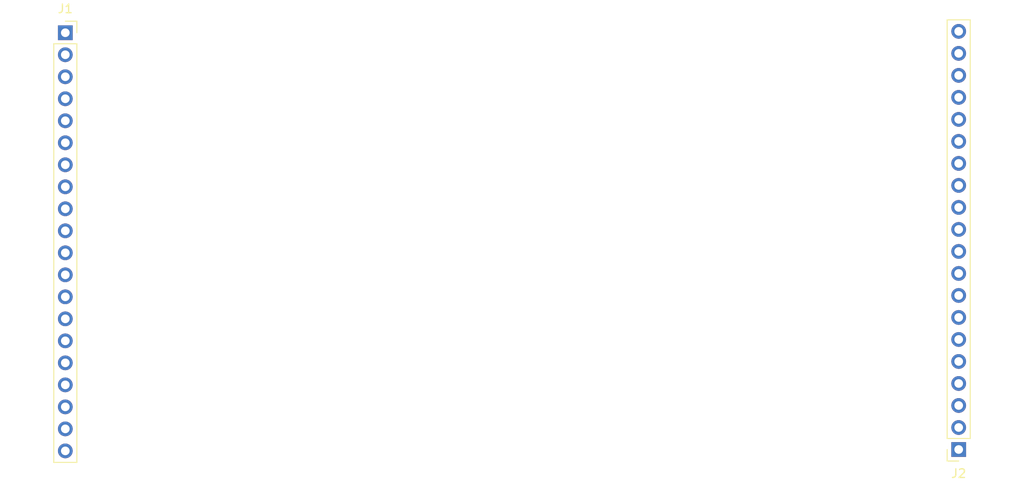
<source format=kicad_pcb>
(kicad_pcb (version 20240108) (generator "pcbnew") (generator_version "8.0")
  (layers (0 "F.Cu" signal) (31 "B.Cu" signal) (34 "B.Paste" user) (35 "F.Paste" user) (36 "B.SilkS" user "B.Silkscreen") (37 "F.SilkS" user "F.Silkscreen") (38 "B.Mask" user) (39 "F.Mask" user) (44 "Edge.Cuts" user))
  (net 0 "")
  (net 1 "GND")
  (net 14 "+3.3V")
  (net 19 "+5V")
  (footprint "Connector_PinSocket_2.54mm:PinSocket_1x20_P2.54mm_Vertical" (layer "F.Cu") (at 200 116.32 180)
    (property "Reference" "J2" (at 0 -2.77 360) (layer "F.SilkS"))
    (property "Value" "Conn_01x20_Socket")
    (fp_line (start 1.33 1.27) (end 1.33 49.59) (stroke (width 0.12)) (layer "F.SilkS"))
    (fp_line (start 1.33 -1.33) (end 1.33 0) (stroke (width 0.12)) (layer "F.SilkS"))
    (fp_line (start 0 -1.33) (end 1.33 -1.33) (stroke (width 0.12)) (layer "F.SilkS"))
    (fp_line (start -1.33 49.59) (end 1.33 49.59) (stroke (width 0.12)) (layer "F.SilkS"))
    (fp_line (start -1.33 1.27) (end 1.33 1.27) (stroke (width 0.12)) (layer "F.SilkS"))
    (fp_line (start -1.33 1.27) (end -1.33 49.59) (stroke (width 0.12)) (layer "F.SilkS"))
    (pad "1" thru_hole rect (at 0 0 180) (size 1.7 1.7) (drill 1) (layers "*.Cu" "*.Mask") (net 19 "+5V"))
    (pad "2" thru_hole oval (at 0 2.54 180) (size 1.7 1.7) (drill 1) (layers "*.Cu" "*.Mask") (net 19 "+5V"))
    (pad "3" thru_hole oval (at 0 5.08 180) (size 1.7 1.7) (drill 1) (layers "*.Cu" "*.Mask") (net 14 "+3.3V"))
    (pad "4" thru_hole oval (at 0 7.62 180) (size 1.7 1.7) (drill 1) (layers "*.Cu" "*.Mask") (net 14 "+3.3V"))
    (pad "5" thru_hole oval (at 0 10.16 180) (size 1.7 1.7) (drill 1) (layers "*.Cu" "*.Mask"))
    (pad "6" thru_hole oval (at 0 12.7 180) (size 1.7 1.7) (drill 1) (layers "*.Cu" "*.Mask") (net 1 "GND"))
    (pad "7" thru_hole oval (at 0 15.24 180) (size 1.7 1.7) (drill 1) (layers "*.Cu" "*.Mask"))
    (pad "8" thru_hole oval (at 0 17.78 180) (size 1.7 1.7) (drill 1) (layers "*.Cu" "*.Mask"))
    (pad "9" thru_hole oval (at 0 20.32 180) (size 1.7 1.7) (drill 1) (layers "*.Cu" "*.Mask"))
    (pad "10" thru_hole oval (at 0 22.86 180) (size 1.7 1.7) (drill 1) (layers "*.Cu" "*.Mask"))
    (pad "11" thru_hole oval (at 0 25.4 180) (size 1.7 1.7) (drill 1) (layers "*.Cu" "*.Mask"))
    (pad "12" thru_hole oval (at 0 27.94 180) (size 1.7 1.7) (drill 1) (layers "*.Cu" "*.Mask"))
    (pad "13" thru_hole oval (at 0 30.48 180) (size 1.7 1.7) (drill 1) (layers "*.Cu" "*.Mask"))
    (pad "14" thru_hole oval (at 0 33.02 180) (size 1.7 1.7) (drill 1) (layers "*.Cu" "*.Mask"))
    (pad "15" thru_hole oval (at 0 35.56 180) (size 1.7 1.7) (drill 1) (layers "*.Cu" "*.Mask"))
    (pad "16" thru_hole oval (at 0 38.1 180) (size 1.7 1.7) (drill 1) (layers "*.Cu" "*.Mask"))
    (pad "17" thru_hole oval (at 0 40.64 180) (size 1.7 1.7) (drill 1) (layers "*.Cu" "*.Mask"))
    (pad "18" thru_hole oval (at 0 43.18 180) (size 1.7 1.7) (drill 1) (layers "*.Cu" "*.Mask"))
    (pad "19" thru_hole oval (at 0 45.72 180) (size 1.7 1.7) (drill 1) (layers "*.Cu" "*.Mask"))
    (pad "20" thru_hole oval (at 0 48.26 180) (size 1.7 1.7) (drill 1) (layers "*.Cu" "*.Mask") (net 14 "+3.3V"))
  )
  (footprint "Connector_PinSocket_2.54mm:PinSocket_1x20_P2.54mm_Vertical" (layer "F.Cu") (at 97 68.22)
    (property "Reference" "J1" (at 0 -2.77 0) (layer "F.SilkS"))
    (property "Value" "Conn_01x20_Socket")
    (fp_line (start -1.33 1.27) (end -1.33 49.59) (stroke (width 0.12)) (layer "F.SilkS"))
    (fp_line (start -1.33 1.27) (end 1.33 1.27) (stroke (width 0.12)) (layer "F.SilkS"))
    (fp_line (start -1.33 49.59) (end 1.33 49.59) (stroke (width 0.12)) (layer "F.SilkS"))
    (fp_line (start 0 -1.33) (end 1.33 -1.33) (stroke (width 0.12)) (layer "F.SilkS"))
    (fp_line (start 1.33 -1.33) (end 1.33 0) (stroke (width 0.12)) (layer "F.SilkS"))
    (fp_line (start 1.33 1.27) (end 1.33 49.59) (stroke (width 0.12)) (layer "F.SilkS"))
    (pad "1" thru_hole rect (at 0 0) (size 1.7 1.7) (drill 1) (layers "*.Cu" "*.Mask") (net 1 "GND"))
    (pad "2" thru_hole oval (at 0 2.54) (size 1.7 1.7) (drill 1) (layers "*.Cu" "*.Mask"))
    (pad "3" thru_hole oval (at 0 5.08) (size 1.7 1.7) (drill 1) (layers "*.Cu" "*.Mask"))
    (pad "4" thru_hole oval (at 0 7.62) (size 1.7 1.7) (drill 1) (layers "*.Cu" "*.Mask"))
    (pad "5" thru_hole oval (at 0 10.16) (size 1.7 1.7) (drill 1) (layers "*.Cu" "*.Mask"))
    (pad "6" thru_hole oval (at 0 12.7) (size 1.7 1.7) (drill 1) (layers "*.Cu" "*.Mask"))
    (pad "7" thru_hole oval (at 0 15.24) (size 1.7 1.7) (drill 1) (layers "*.Cu" "*.Mask") (net 1 "GND"))
    (pad "8" thru_hole oval (at 0 17.78) (size 1.7 1.7) (drill 1) (layers "*.Cu" "*.Mask"))
    (pad "9" thru_hole oval (at 0 20.32) (size 1.7 1.7) (drill 1) (layers "*.Cu" "*.Mask"))
    (pad "10" thru_hole oval (at 0 22.86) (size 1.7 1.7) (drill 1) (layers "*.Cu" "*.Mask"))
    (pad "11" thru_hole oval (at 0 25.4) (size 1.7 1.7) (drill 1) (layers "*.Cu" "*.Mask") (net 1 "GND"))
    (pad "12" thru_hole oval (at 0 27.94) (size 1.7 1.7) (drill 1) (layers "*.Cu" "*.Mask") (net 1 "GND"))
    (pad "13" thru_hole oval (at 0 30.48) (size 1.7 1.7) (drill 1) (layers "*.Cu" "*.Mask"))
    (pad "14" thru_hole oval (at 0 33.02) (size 1.7 1.7) (drill 1) (layers "*.Cu" "*.Mask"))
    (pad "15" thru_hole oval (at 0 35.56) (size 1.7 1.7) (drill 1) (layers "*.Cu" "*.Mask"))
    (pad "16" thru_hole oval (at 0 38.1) (size 1.7 1.7) (drill 1) (layers "*.Cu" "*.Mask"))
    (pad "17" thru_hole oval (at 0 40.64) (size 1.7 1.7) (drill 1) (layers "*.Cu" "*.Mask") (net 1 "GND"))
    (pad "18" thru_hole oval (at 0 43.18) (size 1.7 1.7) (drill 1) (layers "*.Cu" "*.Mask") (net 1 "GND"))
    (pad "19" thru_hole oval (at 0 45.72) (size 1.7 1.7) (drill 1) (layers "*.Cu" "*.Mask") (net 1 "GND"))
    (pad "20" thru_hole oval (at 0 48.26) (size 1.7 1.7) (drill 1) (layers "*.Cu" "*.Mask") (net 1 "GND"))
  )
)
</source>
